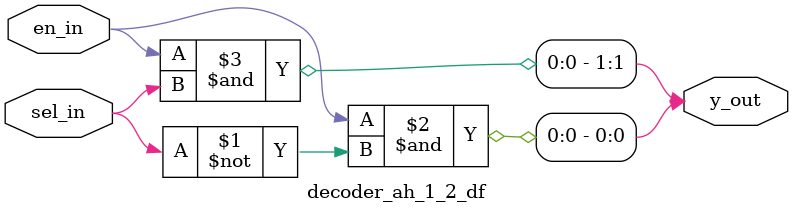
<source format=v>
module decoder_ah_1_2_df(sel_in, en_in, y_out);

input sel_in;
input en_in;
output [1:0] y_out;

assign y_out[0] = en_in & (~sel_in);
assign y_out[1] = en_in & (sel_in);

endmodule

</source>
